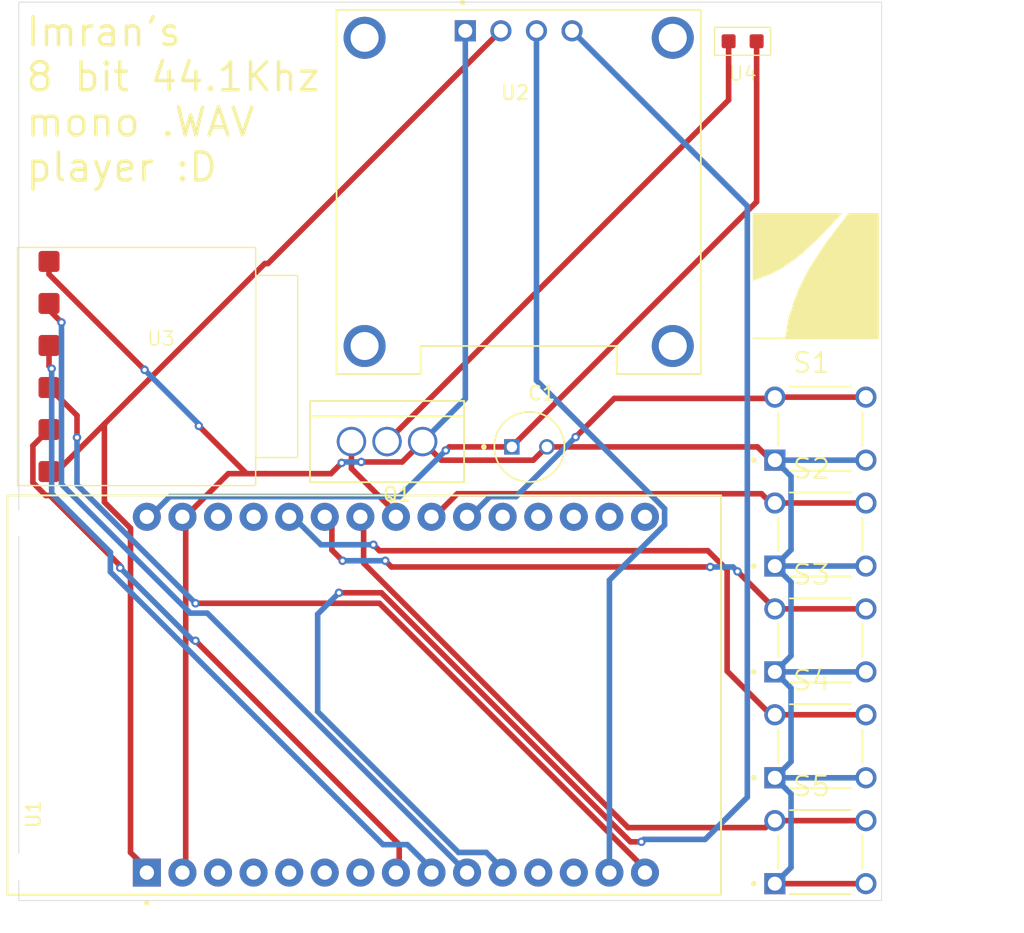
<source format=kicad_pcb>
(kicad_pcb (version 20241229) (generator "pcbnew") (generator_version "9.0")
  (layers (0 "F.Cu" signal) (2 "B.Cu" signal) (13 "F.Paste" user) (15 "B.Paste" user) (5 "F.SilkS" user "F.Silkscreen") (7 "B.SilkS" user "B.Silkscreen") (1 "F.Mask" user) (3 "B.Mask" user) (25 "Edge.Cuts" user))
  (net 0 "")
  (net 15 "uC_GND")
  (net 16 "OLED_SCL")
  (net 17 "OLED_SDA")
  (net 18 "SD_CLK")
  (net 19 "SD_CS")
  (net 20 "SD_MOSI")
  (net 21 "SD_MISO")
  (net 22 "uC_3v3")
  (net 23 "uC_VIN")
  (net 24 "Mosfet_Gate")
  (net 25 "Net-(U4-ground)")
  (net 26 "Volume up")
  (net 27 "Volume down")
  (net 28 "skip 10 secs{slash}next track")
  (net 29 "rewind 10 secs{slash}prev track")
  (net 30 "play{slash}pause{slash}save")
  (footprint "IRLZ34N:IRLZ34NPBF_ENG" (layer "F.Cu") (at 124.714 83.82)
    (property "Reference" "Q1" (at 0.716 3.768 0) (layer "F.SilkS"))
    (property "Value" "IRLZ34NPBF")
    (fp_line (start -5.5 -2.9) (end 5.5 -2.9) (stroke (width 0.127)) (layer "F.SilkS"))
    (fp_line (start -5.5 -1.8) (end -5.5 -2.9) (stroke (width 0.127)) (layer "F.SilkS"))
    (fp_line (start -5.5 -1.8) (end 5.5 -1.8) (stroke (width 0.127)) (layer "F.SilkS"))
    (fp_line (start -5.5 2.9) (end -5.5 -1.8) (stroke (width 0.127)) (layer "F.SilkS"))
    (fp_line (start 5.5 -2.9) (end 5.5 -1.8) (stroke (width 0.127)) (layer "F.SilkS"))
    (fp_line (start 5.5 -1.8) (end 5.5 2.9) (stroke (width 0.127)) (layer "F.SilkS"))
    (fp_line (start 5.5 2.9) (end -5.5 2.9) (stroke (width 0.127)) (layer "F.SilkS"))
    (pad "1" thru_hole circle (at -2.54 0) (size 2.1 2.1) (drill 1.7) (layers "*.Cu" "*.Mask") (net 24 "Mosfet_Gate"))
    (pad "2" thru_hole circle (at 0 0) (size 2.1 2.1) (drill 1.7) (layers "*.Cu" "*.Mask") (net 25 "Net-(U4-ground)"))
    (pad "3" thru_hole circle (at 2.54 0) (size 2.1 2.1) (drill 1.7) (layers "*.Cu" "*.Mask") (net 15 "uC_GND"))
  )
  (footprint "TL1105F160Q:SW_TL1105F160Q" (layer "F.Cu") (at 155.65 113.131)
    (property "Reference" "S5" (at -0.635 -4.699 0) (layer "F.SilkS") (effects (font (size 1.4 1.4))))
    (property "Value" "TL1105F160Q")
    (fp_line (start -3 -1.1825) (end -3 1.1825) (stroke (width 0.127)) (layer "F.SilkS"))
    (fp_line (start -2.1825 -3) (end 2.1825 -3) (stroke (width 0.127)) (layer "F.SilkS"))
    (fp_line (start -2.1825 3) (end 2.1825 3) (stroke (width 0.127)) (layer "F.SilkS"))
    (fp_line (start 3 -1.1825) (end 3 1.1825) (stroke (width 0.127)) (layer "F.SilkS"))
    (fp_circle (center -4.75 2.25) (end -4.65 2.25) (stroke (width 0.2)) (fill no) (layer "F.SilkS"))
    (pad "1" thru_hole rect (at -3.25 2.25) (size 1.508 1.508) (drill 1) (layers "*.Cu" "*.Mask") (net 15 "uC_GND"))
    (pad "2" thru_hole circle (at 3.25 2.25) (size 1.508 1.508) (drill 1) (layers "*.Cu" "*.Mask") (net 15 "uC_GND"))
    (pad "3" thru_hole circle (at -3.25 -2.25) (size 1.508 1.508) (drill 1) (layers "*.Cu" "*.Mask") (net 30 "play{slash}pause{slash}save"))
    (pad "4" thru_hole circle (at 3.25 -2.25) (size 1.508 1.508) (drill 1) (layers "*.Cu" "*.Mask") (net 30 "play{slash}pause{slash}save"))
  )
  (footprint "TL1105F160Q:SW_TL1105F160Q" (layer "F.Cu") (at 155.65 82.899)
    (property "Reference" "S1" (at -0.635 -4.699 0) (layer "F.SilkS") (effects (font (size 1.4 1.4))))
    (property "Value" "TL1105F160Q")
    (fp_line (start -3 -1.1825) (end -3 1.1825) (stroke (width 0.127)) (layer "F.SilkS"))
    (fp_line (start -2.1825 -3) (end 2.1825 -3) (stroke (width 0.127)) (layer "F.SilkS"))
    (fp_line (start -2.1825 3) (end 2.1825 3) (stroke (width 0.127)) (layer "F.SilkS"))
    (fp_line (start 3 -1.1825) (end 3 1.1825) (stroke (width 0.127)) (layer "F.SilkS"))
    (fp_circle (center -4.75 2.25) (end -4.65 2.25) (stroke (width 0.2)) (fill no) (layer "F.SilkS"))
    (pad "1" thru_hole rect (at -3.25 2.25) (size 1.508 1.508) (drill 1) (layers "*.Cu" "*.Mask") (net 15 "uC_GND"))
    (pad "2" thru_hole circle (at 3.25 2.25) (size 1.508 1.508) (drill 1) (layers "*.Cu" "*.Mask") (net 15 "uC_GND"))
    (pad "3" thru_hole circle (at -3.25 -2.25) (size 1.508 1.508) (drill 1) (layers "*.Cu" "*.Mask") (net 26 "Volume up"))
    (pad "4" thru_hole circle (at 3.25 -2.25) (size 1.508 1.508) (drill 1) (layers "*.Cu" "*.Mask") (net 26 "Volume up"))
  )
  (footprint "Persona;Library:1_micro_SD_card_reader" (layer "F.Cu") (at 97.334 78.962 90)
    (property "Reference" "U3" (at 2.491 11.251 0) (layer "F.SilkS") (effects (font (thickness 0.1))))
    (property "Value" "uSD_Card_Reader")
    (fp_rect (start -8 1) (end 9 18) (stroke (width 0.1)) (fill no) (layer "F.SilkS"))
    (fp_rect (start -6 18) (end 7 21) (stroke (width 0.1)) (fill no) (layer "F.SilkS"))
    (pad "1" smd roundrect (at -7 3.25 90) (size 1.5 1.5) (layers "F.Cu" "F.Mask" "F.Paste") (roundrect_rratio 0.15) (net 22 "uC_3v3"))
    (pad "2" smd roundrect (at -4 3.25 90) (size 1.5 1.5) (layers "F.Cu" "F.Mask" "F.Paste") (roundrect_rratio 0.15) (net 19 "SD_CS"))
    (pad "3" smd roundrect (at -1 3.25 90) (size 1.5 1.5) (layers "F.Cu" "F.Mask" "F.Paste") (roundrect_rratio 0.15) (net 20 "SD_MOSI"))
    (pad "4" smd roundrect (at 2 3.25 90) (size 1.5 1.5) (layers "F.Cu" "F.Mask" "F.Paste") (roundrect_rratio 0.15) (net 18 "SD_CLK"))
    (pad "5" smd roundrect (at 5 3.25 90) (size 1.5 1.5) (layers "F.Cu" "F.Mask" "F.Paste") (roundrect_rratio 0.15) (net 21 "SD_MISO"))
    (pad "6" smd roundrect (at 8 3.25 90) (size 1.5 1.5) (layers "F.Cu" "F.Mask" "F.Paste") (roundrect_rratio 0.15) (net 15 "uC_GND"))
  )
  (footprint "DEVKIT_V1_ESP32-WROOM-32:MODULE_ESP32_DEVKIT_V1" (layer "F.Cu") (at 123.083 101.892 90)
    (property "Reference" "U1" (at -8.5275 -23.622 90) (layer "F.SilkS"))
    (property "Value" "ESP32-DEVKIT-V1")
    (fp_line (start 14.23 -25.475) (end 14.23 25.475) (stroke (width 0.127)) (layer "F.SilkS"))
    (fp_line (start 14.23 -25.475) (end 14.23 25.475) (stroke (width 0.127)) (layer "F.SilkS"))
    (fp_line (start 3.5 -25.475) (end 14.23 -25.475) (stroke (width 0.127)) (layer "F.SilkS"))
    (fp_line (start -3.211 -25.475) (end 3.5 -25.475) (stroke (width 0.127)) (layer "F.SilkS"))
    (fp_line (start -14.28 -25.475) (end 14.23 -25.475) (stroke (width 0.127)) (layer "F.SilkS"))
    (fp_line (start -14.28 -25.475) (end -3.211 -25.475) (stroke (width 0.127)) (layer "F.SilkS"))
    (fp_line (start 14.23 25.475) (end -14.28 25.475) (stroke (width 0.127)) (layer "F.SilkS"))
    (fp_line (start 8.78 25.475) (end 14.23 25.475) (stroke (width 0.127)) (layer "F.SilkS"))
    (fp_line (start -8.91 25.475) (end 8.78 25.475) (stroke (width 0.127)) (layer "F.SilkS"))
    (fp_line (start -14.28 25.475) (end -14.28 -25.475) (stroke (width 0.127)) (layer "F.SilkS"))
    (fp_line (start -14.28 25.475) (end -14.28 -25.475) (stroke (width 0.127)) (layer "F.SilkS"))
    (fp_line (start -14.28 25.475) (end -8.91 25.475) (stroke (width 0.127)) (layer "F.SilkS"))
    (fp_circle (center -14.85 -15.515) (end -14.75 -15.515) (stroke (width 0.2)) (fill no) (layer "F.SilkS"))
    (pad "" np_thru_hole circle (at -12.28 -23.475 90) (size 3 3) (drill 3) (layers "*.Cu" "*.Mask"))
    (pad "" np_thru_hole circle (at -12.28 23.475 90) (size 3 3) (drill 3) (layers "*.Cu" "*.Mask"))
    (pad "" np_thru_hole circle (at 12.23 -23.475 90) (size 3 3) (drill 3) (layers "*.Cu" "*.Mask"))
    (pad "" np_thru_hole circle (at 12.23 23.475 90) (size 3 3) (drill 3) (layers "*.Cu" "*.Mask"))
    (pad "1" thru_hole rect (at -12.7 -15.515 90) (size 2 2) (drill 1.02) (layers "*.Cu" "*.Mask") (net 22 "uC_3v3"))
    (pad "2" thru_hole circle (at -12.7 -12.975 90) (size 2 2) (drill 1.02) (layers "*.Cu" "*.Mask") (net 15 "uC_GND"))
    (pad "3" thru_hole circle (at -12.7 -10.435 90) (size 2 2) (drill 1.02) (layers "*.Cu" "*.Mask"))
    (pad "4" thru_hole circle (at -12.7 -7.895 90) (size 2 2) (drill 1.02) (layers "*.Cu" "*.Mask"))
    (pad "5" thru_hole circle (at -12.7 -5.355 90) (size 2 2) (drill 1.02) (layers "*.Cu" "*.Mask"))
    (pad "6" thru_hole circle (at -12.7 -2.815 90) (size 2 2) (drill 1.02) (layers "*.Cu" "*.Mask"))
    (pad "7" thru_hole circle (at -12.7 -0.275 90) (size 2 2) (drill 1.02) (layers "*.Cu" "*.Mask"))
    (pad "8" thru_hole circle (at -12.7 2.265 90) (size 2 2) (drill 1.02) (layers "*.Cu" "*.Mask") (net 19 "SD_CS"))
    (pad "9" thru_hole circle (at -12.7 4.805 90) (size 2 2) (drill 1.02) (layers "*.Cu" "*.Mask") (net 18 "SD_CLK"))
    (pad "10" thru_hole circle (at -12.7 7.345 90) (size 2 2) (drill 1.02) (layers "*.Cu" "*.Mask") (net 21 "SD_MISO"))
    (pad "11" thru_hole circle (at -12.7 9.885 90) (size 2 2) (drill 1.02) (layers "*.Cu" "*.Mask") (net 17 "OLED_SDA"))
    (pad "12" thru_hole circle (at -12.7 12.425 90) (size 2 2) (drill 1.02) (layers "*.Cu" "*.Mask"))
    (pad "13" thru_hole circle (at -12.7 14.965 90) (size 2 2) (drill 1.02) (layers "*.Cu" "*.Mask"))
    (pad "14" thru_hole circle (at -12.7 17.505 90) (size 2 2) (drill 1.02) (layers "*.Cu" "*.Mask") (net 16 "OLED_SCL"))
    (pad "15" thru_hole circle (at -12.7 20.045 90) (size 2 2) (drill 1.02) (layers "*.Cu" "*.Mask") (net 20 "SD_MOSI"))
    (pad "16" thru_hole circle (at 12.7 20.045 90) (size 2 2) (drill 1.02) (layers "*.Cu" "*.Mask"))
    (pad "17" thru_hole circle (at 12.7 17.505 90) (size 2 2) (drill 1.02) (layers "*.Cu" "*.Mask"))
    (pad "18" thru_hole circle (at 12.7 14.965 90) (size 2 2) (drill 1.02) (layers "*.Cu" "*.Mask"))
    (pad "19" thru_hole circle (at 12.7 12.425 90) (size 2 2) (drill 1.02) (layers "*.Cu" "*.Mask"))
    (pad "20" thru_hole circle (at 12.7 9.885 90) (size 2 2) (drill 1.02) (layers "*.Cu" "*.Mask"))
    (pad "21" thru_hole circle (at 12.7 7.345 90) (size 2 2) (drill 1.02) (layers "*.Cu" "*.Mask") (net 26 "Volume up"))
    (pad "22" thru_hole circle (at 12.7 4.805 90) (size 2 2) (drill 1.02) (layers "*.Cu" "*.Mask") (net 27 "Volume down"))
    (pad "23" thru_hole circle (at 12.7 2.265 90) (size 2 2) (drill 1.02) (layers "*.Cu" "*.Mask") (net 24 "Mosfet_Gate"))
    (pad "24" thru_hole circle (at 12.7 -0.275 90) (size 2 2) (drill 1.02) (layers "*.Cu" "*.Mask") (net 30 "play{slash}pause{slash}save"))
    (pad "25" thru_hole circle (at 12.7 -2.815 90) (size 2 2) (drill 1.02) (layers "*.Cu" "*.Mask") (net 28 "skip 10 secs{slash}next track"))
    (pad "26" thru_hole circle (at 12.7 -5.355 90) (size 2 2) (drill 1.02) (layers "*.Cu" "*.Mask") (net 29 "rewind 10 secs{slash}prev track"))
    (pad "27" thru_hole circle (at 12.7 -7.895 90) (size 2 2) (drill 1.02) (layers "*.Cu" "*.Mask"))
    (pad "28" thru_hole circle (at 12.7 -10.435 90) (size 2 2) (drill 1.02) (layers "*.Cu" "*.Mask"))
    (pad "29" thru_hole circle (at 12.7 -12.975 90) (size 2 2) (drill 1.02) (layers "*.Cu" "*.Mask") (net 15 "uC_GND"))
    (pad "30" thru_hole circle (at 12.7 -15.515 90) (size 2 2) (drill 1.02) (layers "*.Cu" "*.Mask") (net 23 "uC_VIN"))
  )
  (footprint "logo:logo" (layer "F.Cu") (at 155.321 72.009)
    (property "Reference" "G***" (hide yes))
    (property "Value" "LOGO" (hide yes))
    (fp_poly (pts (xy -1.733903 2.363275) (xy -1.738071 2.367443) (xy -1.742239 2.363275) (xy -1.738071 2.359107)) (fill yes) (layer "F.SilkS"))
    (fp_poly (pts (xy -1.298343 -4.501086) (xy 1.904791 -4.500695) (xy 1.875615 -4.478162) (xy 1.844635 -4.452124) (xy 1.814775 -4.422036) (xy 1.782708 -4.384291) (xy 1.750574 -4.342617) (xy 1.72597 -4.311026) (xy 1.695861 -4.274847) (xy 1.658824 -4.232465) (xy 1.613435 -4.182265) (xy 1.558271 -4.122635) (xy 1.530551 -4.09301) (xy 1.507088 -4.066928) (xy 1.484743 -4.040352) (xy 1.473809 -4.026322) (xy 1.458614 -4.007749) (xy 1.435327 -3.981605) (xy 1.407706 -3.952045) (xy 1.390842 -3.934625) (xy 1.350888 -3.893522) (xy 1.308374 -3.849027) (xy 1.265278 -3.803284) (xy 1.223573 -3.758434) (xy 1.185238 -3.71662) (xy 1.152249 -3.679984) (xy 1.12658 -3.650669) (xy 1.11021 -3.630817) (xy 1.108504 -3.628551) (xy 1.088533 -3.604909) (xy 1.062356 -3.578347) (xy 1.04472 -3.562435) (xy 1.020774 -3.539834) (xy 0.991981 -3.509275) (xy 0.963399 -3.47621) (xy 0.954479 -3.465177) (xy 0.932192 -3.437994) (xy 0.913148 -3.416546) (xy 0.90001 -3.40374) (xy 0.896127 -3.401416) (xy 0.885367 -3.395045) (xy 0.864966 -3.377671) (xy 0.836355 -3.350755) (xy 0.800963 -3.315758) (xy 0.760221 -3.274144) (xy 0.715558 -3.227373) (xy 0.668405 -3.176908) (xy 0.620191 -3.12421) (xy 0.572348 -3.070742) (xy 0.569637 -3.067674) (xy 0.534533 -3.028952) (xy 0.491446 -2.983027) (xy 0.444475 -2.934177) (xy 0.397724 -2.886685) (xy 0.367543 -2.856755) (xy 0.3315 -2.821178) (xy 0.299911 -2.789478) (xy 0.27459 -2.763519) (xy 0.257352 -2.745164) (xy 0.250009 -2.736275) (xy 0.249874 -2.735882) (xy 0.243582 -2.728454) (xy 0.227094 -2.714004) (xy 0.203671 -2.69535) (xy 0.197773 -2.690858) (xy 0.17533 -2.672516) (xy 0.14399 -2.644984) (xy 0.106626 -2.610883) (xy 0.066107 -2.572834) (xy 0.025305 -2.533457) (xy 0.0243 -2.532473) (xy -0.03417 -2.475321) (xy -0.086278 -2.42472) (xy -0.131099 -2.381549) (xy -0.167708 -2.346692) (xy -0.195178 -2.321028) (xy -0.212586 -2.305441) (xy -0.218889 -2.300755) (xy -0.225491 -2.295219) (xy -0.241826 -2.279949) (xy -0.265793 -2.256953) (xy -0.295288 -2.22824) (xy -0.31302 -2.210823) (xy -0.355676 -2.169316) (xy -0.402696 -2.124434) (xy -0.451184 -2.078869) (xy -0.498243 -2.03531) (xy -0.540976 -1.996447) (xy -0.576485 -1.96497) (xy -0.593246 -1.950641) (xy -0.614426 -1.932281) (xy -0.639796 -1.909418) (xy -0.651545 -1.89854) (xy -0.670427 -1.881317) (xy -0.683824 -1.869964) (xy -0.68789 -1.86728) (xy -0.694691 -1.861833) (xy -0.710829 -1.847075) (xy -0.733752 -1.825383) (xy -0.755982 -1.803929) (xy -0.811417 -1.750487) (xy -0.862535 -1.702156) (xy -0.907499 -1.660632) (xy -0.944473 -1.627611) (xy -0.971619 -1.604788) (xy -0.971738 -1.604694) (xy -0.992337 -1.588062) (xy -1.008118 -1.574794) (xy -1.012223 -1.571091) (xy -1.027194 -1.557599) (xy -1.051835 -1.536329) (xy -1.08288 -1.510019) (xy -1.117062 -1.481408) (xy -1.151114 -1.453234) (xy -1.181768 -1.428234) (xy -1.200884 -1.412964) (xy -1.230807 -1.388911) (xy -1.259859 -1.364738) (xy -1.282101 -1.345393) (xy -1.283377 -1.344231) (xy -1.302709 -1.328256) (xy -1.318108 -1.318523) (xy -1.322657 -1.317139) (xy -1.333952 -1.31258) (xy -1.335161 -1.310758) (xy -1.342651 -1.303326) (xy -1.360516 -1.28853) (xy -1.385682 -1.268862) (xy -1.402544 -1.256106) (xy -1.430225 -1.234697) (xy -1.451977 -1.216525) (xy -1.464876 -1.204106) (xy -1.467149 -1.200489) (xy -1.473936 -1.192092) (xy -1.481737 -1.188389) (xy -1.495651 -1.180383) (xy -1.516382 -1.164702) (xy -1.533168 -1.150315) (xy -1.554611 -1.132433) (xy -1.57225 -1.120352) (xy -1.580459 -1.117034) (xy -1.59273 -1.111616) (xy -1.610058 -1.098184) (xy -1.614473 -1.094044) (xy -1.636106 -1.076753) (xy -1.664649 -1.05861) (xy -1.679718 -1.05056) (xy -1.704333 -1.037527) (xy -1.733047 -1.020388) (xy -1.767986 -0.997753) (xy -1.811275 -0.968231) (xy -1.865039 -0.930432) (xy -1.884317 -0.916708) (xy -1.91121 -0.897929) (xy -1.932838 -0.883593) (xy -1.945744 -0.87596) (xy -1.947631 -0.875288) (xy -1.95643 -0.869804) (xy -1.970295 -0.85659) (xy -1.970525 -0.856343) (xy -1.99023 -0.839895) (xy -2.01515 -0.82468) (xy -2.018265 -0.823153) (xy -2.040525 -0.810739) (xy -2.056952 -0.798322) (xy -2.058882 -0.796249) (xy -2.071116 -0.785675) (xy -2.07704 -0.783591) (xy -2.088596 -0.778954) (xy -2.10681 -0.767847) (xy -2.125538 -0.754477) (xy -2.138632 -0.743051) (xy -2.140981 -0.739827) (xy -2.15058 -0.73395) (xy -2.154352 -0.733575) (xy -2.167398 -0.728342) (xy -2.184533 -0.715665) (xy -2.18547 -0.714818) (xy -2.205516 -0.699291) (xy -2.231982 -0.682141) (xy -2.242956 -0.675846) (xy -2.273647 -0.657318) (xy -2.305099 -0.635771) (xy -2.31326 -0.629611) (xy -2.341452 -0.608693) (xy -2.371477 -0.587965) (xy -2.379948 -0.582469) (xy -2.408086 -0.564424) (xy -2.439319 -0.544084) (xy -2.450058 -0.537008) (xy -2.508086 -0.500202) (xy -2.564338 -0.468323) (xy -2.590434 -0.454676) (xy -2.61385 -0.441471) (xy -2.629731 -0.430205) (xy -2.634198 -0.424527) (xy -2.641336 -0.41872) (xy -2.655038 -0.416804) (xy -2.670704 -0.413951) (xy -2.675879 -0.408468) (xy -2.682682 -0.401196) (xy -2.689152 -0.400132) (xy -2.704746 -0.395237) (xy -2.723609 -0.383469) (xy -2.72362 -0.38346) (xy -2.741368 -0.371784) (xy -2.75472 -0.36679) (xy -2.754903 -0.366788) (xy -2.767607 -0.361112) (xy -2.780079 -0.350116) (xy -2.796737 -0.33747) (xy -2.810056 -0.333443) (xy -2.825472 -0.329299) (xy -2.830096 -0.325107) (xy -2.841946 -0.31791) (xy -2.850136 -0.316771) (xy -2.866712 -0.310934) (xy -2.880112 -0.300099) (xy -2.895302 -0.28756) (xy -2.906412 -0.283427) (xy -2.916657 -0.27902) (xy -2.917625 -0.276019) (xy -2.924895 -0.269713) (xy -2.942722 -0.26395) (xy -2.945963 -0.263294) (xy -2.968359 -0.256208) (xy -2.983978 -0.246286) (xy -2.984496 -0.245694) (xy -3.00071 -0.23513) (xy -3.00985 -0.233411) (xy -3.024983 -0.229924) (xy -3.029455 -0.226218) (xy -3.039547 -0.219849) (xy -3.059978 -0.212) (xy -3.071469 -0.208507) (xy -3.096135 -0.199798) (xy -3.11441 -0.190134) (xy -3.118552 -0.186523) (xy -3.130712 -0.176618) (xy -3.135978 -0.175058) (xy -3.147764 -0.169739) (xy -3.156381 -0.162566) (xy -3.174046 -0.151067) (xy -3.191214 -0.1448) (xy -3.213475 -0.136092) (xy -3.237153 -0.122123) (xy -3.238563 -0.121101) (xy -3.257858 -0.110279) (xy -3.287034 -0.097598) (xy -3.320665 -0.085009) (xy -3.353325 -0.074459) (xy -3.379586 -0.067899) (xy -3.390016 -0.066689) (xy -3.400177 -0.0617) (xy -3.401116 -0.058353) (xy -3.408238 -0.052043) (xy -3.421564 -0.050017) (xy -3.446376 -0.046721) (xy -3.461161 -0.042245) (xy -3.479437 -0.035728) (xy -3.506962 -0.026888) (xy -3.530326 -0.019842) (xy -3.557127 -0.011432) (xy -3.576848 -0.004182) (xy -3.58451 -0.000172) (xy -3.594391 0.004936) (xy -3.614625 0.012086) (xy -3.62619 0.015566) (xy -3.654974 0.024922) (xy -3.681143 0.035245) (xy -3.687302 0.038141) (xy -3.707682 0.046607) (xy -3.722731 0.050016) (xy -3.733383 0.054739) (xy -3.734559 0.058352) (xy -3.741661 0.064733) (xy -3.754379 0.066688) (xy -3.773892 0.071217) (xy -3.783712 0.078152) (xy -3.797618 0.086709) (xy -3.820389 0.093766) (xy -3.827239 0.095054) (xy -3.851893 0.101372) (xy -3.870516 0.110243) (xy -3.873306 0.112547) (xy -3.88877 0.122107) (xy -3.912592 0.131202) (xy -3.920412 0.133371) (xy -3.950266 0.142192) (xy -3.978659 0.152623) (xy -3.98284 0.154431) (xy -4.00461 0.162748) (xy -4.021272 0.166674) (xy -4.022436 0.166721) (xy -4.033353 0.170916) (xy -4.034658 0.174324) (xy -4.042016 0.180318) (xy -4.060408 0.186078) (xy -4.068002 0.187561) (xy -4.088831 0.192595) (xy -4.100465 0.198349) (xy -4.101346 0.200065) (xy -4.1087 0.205599) (xy -4.127084 0.211102) (xy -4.13469 0.212569) (xy -4.155517 0.217513) (xy -4.167152 0.223042) (xy -4.168035 0.224667) (xy -4.175493 0.229635) (xy -4.194906 0.236095) (xy -4.218051 0.241745) (xy -4.244241 0.248178) (xy -4.262347 0.254298) (xy -4.268068 0.25823) (xy -4.275501 0.262981) (xy -4.29478 0.269313) (xy -4.316 0.274549) (xy -4.345318 0.282112) (xy -4.370005 0.290512) (xy -4.380787 0.295661) (xy -4.398805 0.303257) (xy -4.426398 0.31109) (xy -4.456584 0.317426) (xy -4.480637 0.320445) (xy -4.483317 0.328802) (xy -4.48585 0.352984) (xy -4.488194 0.392145) (xy -4.490306 0.445439) (xy -4.492142 0.51202) (xy -4.493328 0.57102) (xy -4.493674 0.582447) (xy -4.494023 0.577751) (xy -4.494375 0.55748) (xy -4.494729 0.522183) (xy -4.495083 0.472408) (xy -4.495435 0.408704) (xy -4.495785 0.33162) (xy -4.49613 0.241705) (xy -4.49647 0.139506) (xy -4.496802 0.025573) (xy -4.497126 -0.099545) (xy -4.49744 -0.2353) (xy -4.497743 -0.381144) (xy -4.498033 -0.536528) (xy -4.498308 -0.700903) (xy -4.498568 -0.87372) (xy -4.498811 -1.05443) (xy -4.499036 -1.242486) (xy -4.49924 -1.437339) (xy -4.499424 -1.638439) (xy -4.49958 -1.840188) (xy -4.501477 -4.501477)) (fill yes) (layer "F.SilkS"))
    (fp_poly (pts (xy 4.501476 -0.000001) (xy 4.501476 4.501476) (xy -0.000001 4.501476) (xy -4.501477 4.501476) (xy -4.501477 4.447292) (xy -4.501477 4.393107) (xy -3.415705 4.392018) (xy -3.281299 4.391844) (xy -3.150731 4.391599) (xy -3.025056 4.39129) (xy -2.905326 4.390921) (xy -2.792597 4.390499) (xy -2.687923 4.390028) (xy -2.592356 4.389516) (xy -2.506952 4.388967) (xy -2.432765 4.388388) (xy -2.370849 4.387784) (xy -2.322257 4.38716) (xy -2.288044 4.386524) (xy -2.269265 4.385879) (xy -2.267639 4.385766) (xy -2.205346 4.380603) (xy -2.197987 4.343091) (xy -2.192158 4.319694) (xy -2.185963 4.304077) (xy -2.183615 4.301192) (xy -2.17882 4.291001) (xy -2.174386 4.269888) (xy -2.172566 4.255344) (xy -2.166089 4.209535) (xy -2.157155 4.179442) (xy -2.147531 4.166415) (xy -2.142785 4.155484) (xy -2.139875 4.133452) (xy -2.139395 4.114315) (xy -2.138171 4.08408) (xy -2.133314 4.069562) (xy -2.129852 4.068001) (xy -2.122189 4.059751) (xy -2.114337 4.034973) (xy -2.106288 3.993629) (xy -2.098034 3.935679) (xy -2.092983 3.892943) (xy -2.088346 3.85328) (xy -2.082192 3.803412) (xy -2.075312 3.749643) (xy -2.068501 3.698279) (xy -2.068334 3.697046) (xy -2.061815 3.646692) (xy -2.055598 3.59459) (xy -2.050367 3.546712) (xy -2.046802 3.509031) (xy -2.046668 3.507372) (xy -2.043288 3.475448) (xy -2.039176 3.451773) (xy -2.035003 3.439761) (xy -2.033251 3.439091) (xy -2.029373 3.434004) (xy -2.026666 3.415824) (xy -2.025665 3.388555) (xy -2.02443 3.357548) (xy -2.021211 3.331564) (xy -2.017242 3.317591) (xy -2.011831 3.300967) (xy -2.006585 3.274324) (xy -2.00355 3.25145) (xy -1.999621 3.224979) (xy -1.99469 3.206727) (xy -1.990537 3.20105) (xy -1.985429 3.194106) (xy -1.985215 3.182293) (xy -1.983883 3.16166) (xy -1.979845 3.151033) (xy -1.974657 3.135676) (xy -1.97032 3.11086) (xy -1.968909 3.09694) (xy -1.965585 3.069644) (xy -1.960733 3.047753) (xy -1.958203 3.041219) (xy -1.952255 3.021842) (xy -1.950641 3.005587) (xy -1.947548 2.983073) (xy -1.94262 2.969611) (xy -1.936484 2.953792) (xy -1.928332 2.926686) (xy -1.919431 2.893352) (xy -1.911048 2.85885) (xy -1.904451 2.828236) (xy -1.900908 2.806571) (xy -1.900624 2.802031) (xy -1.895202 2.786529) (xy -1.888767 2.78148) (xy -1.880609 2.770875) (xy -1.880818 2.761832) (xy -1.879385 2.746335) (xy -1.871528 2.722611) (xy -1.863534 2.705054) (xy -1.851779 2.680095) (xy -1.844068 2.660198) (xy -1.842307 2.652414) (xy -1.839234 2.6391) (xy -1.831401 2.615868) (xy -1.820823 2.588032) (xy -1.809516 2.560907) (xy -1.799877 2.540529) (xy -1.793208 2.519435) (xy -1.792255 2.509761) (xy -1.788453 2.493756) (xy -1.783919 2.488316) (xy -1.776468 2.47635) (xy -1.775583 2.469854) (xy -1.770781 2.455042) (xy -1.758858 2.434856) (xy -1.75498 2.429533) (xy -1.740247 2.403119) (xy -1.730086 2.372268) (xy -1.728982 2.366226) (xy -1.723424 2.34201) (xy -1.715943 2.324715) (xy -1.713218 2.321513) (xy -1.704897 2.308021) (xy -1.698475 2.286382) (xy -1.698053 2.284001) (xy -1.690621 2.241878) (xy -1.683079 2.204193) (xy -1.67617 2.174263) (xy -1.670637 2.155404) (xy -1.668197 2.150705) (xy -1.662852 2.139463) (xy -1.662754 2.138201) (xy -1.660756 2.117162) (xy -1.656613 2.090077) (xy -1.651404 2.062656) (xy -1.646211 2.040611) (xy -1.642261 2.029832) (xy -1.636752 2.016422) (xy -1.63187 1.994827) (xy -1.631476 1.99232) (xy -1.626066 1.964111) (xy -1.618012 1.931293) (xy -1.608558 1.897949) (xy -1.598946 1.868161) (xy -1.590416 1.846011) (xy -1.584211 1.835581) (xy -1.58372 1.835324) (xy -1.576805 1.825798) (xy -1.575518 1.81706) (xy -1.572076 1.801766) (xy -1.568276 1.797099) (xy -1.562458 1.786682) (xy -1.556958 1.766319) (xy -1.555776 1.759734) (xy -1.549843 1.735243) (xy -1.538875 1.70042) (xy -1.524634 1.660157) (xy -1.508879 1.619346) (xy -1.493371 1.582881) (xy -1.48799 1.571348) (xy -1.476458 1.545635) (xy -1.467576 1.523416) (xy -1.459 1.506998) (xy -1.450683 1.500492) (xy -1.443645 1.493543) (xy -1.44214 1.484514) (xy -1.439259 1.469914) (xy -1.435762 1.465758) (xy -1.428611 1.456669) (xy -1.417715 1.436435) (xy -1.405054 1.409565) (xy -1.392611 1.380572) (xy -1.382365 1.353967) (xy -1.376299 1.334261) (xy -1.375452 1.328419) (xy -1.371919 1.310963) (xy -1.363044 1.286764) (xy -1.35878 1.277386) (xy -1.348531 1.252518) (xy -1.342653 1.231176) (xy -1.342108 1.225691) (xy -1.338515 1.203809) (xy -1.334789 1.194028) (xy -1.317135 1.155632) (xy -1.305174 1.122399) (xy -1.300447 1.098655) (xy -1.300427 1.097503) (xy -1.295395 1.075546) (xy -1.288188 1.062357) (xy -1.278426 1.045093) (xy -1.275684 1.034585) (xy -1.271673 1.019511) (xy -1.261166 0.993378) (xy -1.245875 0.95964) (xy -1.227511 0.92175) (xy -1.207787 0.88316) (xy -1.188415 0.847324) (xy -1.171106 0.817695) (xy -1.159512 0.800262) (xy -1.142074 0.775084) (xy -1.126683 0.75022) (xy -1.124379 0.746077) (xy -1.114353 0.724516) (xy -1.102757 0.695281) (xy -1.09136 0.663447) (xy -1.081934 0.634092) (xy -1.076247 0.612291) (xy -1.075353 0.605455) (xy -1.07062 0.590982) (xy -1.060271 0.574228) (xy -1.05092 0.558759) (xy -1.037015 0.531899) (xy -1.020527 0.497598) (xy -1.005471 0.464447) (xy -0.986236 0.422337) (xy -0.965743 0.379807) (xy -0.946847 0.342677) (xy -0.935939 0.322734) (xy -0.90876 0.275079) (xy -0.888989 0.239308) (xy -0.875383 0.213047) (xy -0.866701 0.193927) (xy -0.86267 0.182836) (xy -0.852611 0.155171) (xy -0.837734 0.11959) (xy -0.819766 0.079677) (xy -0.800432 0.039014) (xy -0.781459 0.001187) (xy -0.764573 -0.030221) (xy -0.751501 -0.051628) (xy -0.746906 -0.05749) (xy -0.732686 -0.074793) (xy -0.725465 -0.088397) (xy -0.725239 -0.09007) (xy -0.719769 -0.099423) (xy -0.716903 -0.100033) (xy -0.709465 -0.106767) (xy -0.708566 -0.112284) (xy -0.704684 -0.127033) (xy -0.695043 -0.148392) (xy -0.691894 -0.154218) (xy -0.681356 -0.174633) (xy -0.67559 -0.189015) (xy -0.675222 -0.191194) (xy -0.671105 -0.201184) (xy -0.660125 -0.221518) (xy -0.644344 -0.248455) (xy -0.63771 -0.259329) (xy -0.620632 -0.28806) (xy -0.607624 -0.311908) (xy -0.600763 -0.326988) (xy -0.600198 -0.329523) (xy -0.594604 -0.341168) (xy -0.580997 -0.35689) (xy -0.579599 -0.358224) (xy -0.562143 -0.380418) (xy -0.549777 -0.405526) (xy -0.541878 -0.424065) (xy -0.534472 -0.433258) (xy -0.533522 -0.433476) (xy -0.527205 -0.440474) (xy -0.515328 -0.459487) (xy -0.499639 -0.487545) (xy -0.483276 -0.518921) (xy -0.465672 -0.553151) (xy -0.450487 -0.581613) (xy -0.439437 -0.601157) (xy -0.434426 -0.608534) (xy -0.427909 -0.617188) (xy -0.415353 -0.636707) (xy -0.399036 -0.663502) (xy -0.392102 -0.675222) (xy -0.373864 -0.705587) (xy -0.357414 -0.731721) (xy -0.345547 -0.749225) (xy -0.343135 -0.752331) (xy -0.336454 -0.76349) (xy -0.338403 -0.767047) (xy -0.34031 -0.770633) (xy -0.337323 -0.773299) (xy -0.329581 -0.783313) (xy -0.317082 -0.804113) (xy -0.302338 -0.831479) (xy -0.300188 -0.835691) (xy -0.285811 -0.862598) (xy -0.273762 -0.882497) (xy -0.266296 -0.891718) (xy -0.26561 -0.89196) (xy -0.258494 -0.898793) (xy -0.254411 -0.908127) (xy -0.246955 -0.923513) (xy -0.232404 -0.948083) (xy -0.21355 -0.977598) (xy -0.193186 -1.007818) (xy -0.174105 -1.034505) (xy -0.159099 -1.053417) (xy -0.157624 -1.055051) (xy -0.145732 -1.072655) (xy -0.141714 -1.086311) (xy -0.138196 -1.098371) (xy -0.134511 -1.100362) (xy -0.126151 -1.106734) (xy -0.112672 -1.123027) (xy -0.10367 -1.13579) (xy -0.086722 -1.160186) (xy -0.070983 -1.181233) (xy -0.065499 -1.187922) (xy -0.054884 -1.202399) (xy -0.038732 -1.227053) (xy -0.019808 -1.257603) (xy -0.010896 -1.272517) (xy 0.07739 -1.414368) (xy 0.163192 -1.540922) (xy 0.187735 -1.576982) (xy 0.211529 -1.613867) (xy 0.230973 -1.645915) (xy 0.238217 -1.658878) (xy 0.252718 -1.684184) (xy 0.265689 -1.703451) (xy 0.273006 -1.711393) (xy 0.282482 -1.721952) (xy 0.283426 -1.725741) (xy 0.287891 -1.735265) (xy 0.300039 -1.755462) (xy 0.317999 -1.783341) (xy 0.339235 -1.814939) (xy 0.36504 -1.852735) (xy 0.390923 -1.89082) (xy 0.413411 -1.924078) (xy 0.425853 -1.942612) (xy 0.443825 -1.968223) (xy 0.460089 -1.989165) (xy 0.470076 -1.999901) (xy 0.481012 -2.011529) (xy 0.483491 -2.017074) (xy 0.48781 -2.026225) (xy 0.499408 -2.045841) (xy 0.516253 -2.07256) (xy 0.527256 -2.089426) (xy 0.549363 -2.123273) (xy 0.570579 -2.156357) (xy 0.587386 -2.183169) (xy 0.59186 -2.190528) (xy 0.606785 -2.2142) (xy 0.630536 -2.250229) (xy 0.662283 -2.297383) (xy 0.701193 -2.354427) (xy 0.746435 -2.420131) (xy 0.761896 -2.442469) (xy 0.789885 -2.481917) (xy 0.822891 -2.526963) (xy 0.857959 -2.573707) (xy 0.892133 -2.618252) (xy 0.92246 -2.656697) (xy 0.944753 -2.683716) (xy 0.963915 -2.707064) (xy 0.977806 -2.725914) (xy 0.983623 -2.736442) (xy 0.983655 -2.736796) (xy 0.988876 -2.74592) (xy 1.002957 -2.764365) (xy 1.023527 -2.789133) (xy 1.040094 -2.808151) (xy 1.06965 -2.842851) (xy 1.099877 -2.880608) (xy 1.125711 -2.915028) (xy 1.133363 -2.925961) (xy 1.169126 -2.977971) (xy 1.205377 -3.029606) (xy 1.240268 -3.078323) (xy 1.271954 -3.12158) (xy 1.298588 -3.156836) (xy 1.318324 -3.181548) (xy 1.322589 -3.186487) (xy 1.338666 -3.205641) (xy 1.34884 -3.219866) (xy 1.350668 -3.223999) (xy 1.35596 -3.23293) (xy 1.369603 -3.2503) (xy 1.388253 -3.271907) (xy 1.41209 -3.299816) (xy 1.434999 -3.328771) (xy 1.448153 -3.346932) (xy 1.465114 -3.37026) (xy 1.48822 -3.399816) (xy 1.512571 -3.429336) (xy 1.513386 -3.430293) (xy 1.539441 -3.462354) (xy 1.565884 -3.497349) (xy 1.585949 -3.526158) (xy 1.607961 -3.557531) (xy 1.632743 -3.589366) (xy 1.647769 -3.606824) (xy 1.664127 -3.626746) (xy 1.68667 -3.657056) (xy 1.712719 -3.694021) (xy 1.739597 -3.733906) (xy 1.746406 -3.744318) (xy 1.77504 -3.786539) (xy 1.805762 -3.82874) (xy 1.835165 -3.86642) (xy 1.859843 -3.895078) (xy 1.863111 -3.898511) (xy 1.897885 -3.936241) (xy 1.933539 -3.978226) (xy 1.967321 -4.020918) (xy 1.99648 -4.060767) (xy 2.018262 -4.094226) (xy 2.026177 -4.108776) (xy 2.039863 -4.132135) (xy 2.060081 -4.161045) (xy 2.079502 -4.185648) (xy 2.12298 -4.237313) (xy 2.156697 -4.277705) (xy 2.181755 -4.308202) (xy 2.199252 -4.330181) (xy 2.210288 -4.345021) (xy 2.215962 -4.3541) (xy 2.217394 -4.358452) (xy 2.222711 -4.367836) (xy 2.236997 -4.386219) (xy 2.257757 -4.410494) (xy 2.271578 -4.425831) (xy 2.294917 -4.452077) (xy 2.313211 -4.474201) (xy 2.323964 -4.489099) (xy 2.325762 -4.493176) (xy 2.334082 -4.494536) (xy 2.358972 -4.495777) (xy 2.400335 -4.496898) (xy 2.458069 -4.497899) (xy 2.532075 -4.498778) (xy 2.622253 -4.499534) (xy 2.728502 -4.500168) (xy 2.850723 -4.500678) (xy 2.988816 -4.501063) (xy 3.14268 -4.501324) (xy 3.312216 -4.501458) (xy 3.413619 -4.501477) (xy 4.501476 -4.501477)) (fill yes) (layer "F.SilkS"))
  )
  (footprint "TL1105F160Q:SW_TL1105F160Q" (layer "F.Cu") (at 155.65 90.457)
    (property "Reference" "S2" (at -0.635 -4.699 0) (layer "F.SilkS") (effects (font (size 1.4 1.4))))
    (property "Value" "TL1105F160Q")
    (fp_line (start -3 -1.1825) (end -3 1.1825) (stroke (width 0.127)) (layer "F.SilkS"))
    (fp_line (start -2.1825 -3) (end 2.1825 -3) (stroke (width 0.127)) (layer "F.SilkS"))
    (fp_line (start -2.1825 3) (end 2.1825 3) (stroke (width 0.127)) (layer "F.SilkS"))
    (fp_line (start 3 -1.1825) (end 3 1.1825) (stroke (width 0.127)) (layer "F.SilkS"))
    (fp_circle (center -4.75 2.25) (end -4.65 2.25) (stroke (width 0.2)) (fill no) (layer "F.SilkS"))
    (pad "1" thru_hole rect (at -3.25 2.25) (size 1.508 1.508) (drill 1) (layers "*.Cu" "*.Mask") (net 15 "uC_GND"))
    (pad "2" thru_hole circle (at 3.25 2.25) (size 1.508 1.508) (drill 1) (layers "*.Cu" "*.Mask") (net 15 "uC_GND"))
    (pad "3" thru_hole circle (at -3.25 -2.25) (size 1.508 1.508) (drill 1) (layers "*.Cu" "*.Mask") (net 27 "Volume down"))
    (pad "4" thru_hole circle (at 3.25 -2.25) (size 1.508 1.508) (drill 1) (layers "*.Cu" "*.Mask") (net 27 "Volume down"))
  )
  (footprint "TL1105F160Q:SW_TL1105F160Q" (layer "F.Cu") (at 155.65 105.573)
    (property "Reference" "S4" (at -0.635 -4.699 0) (layer "F.SilkS") (effects (font (size 1.4 1.4))))
    (property "Value" "TL1105F160Q")
    (fp_line (start -3 -1.1825) (end -3 1.1825) (stroke (width 0.127)) (layer "F.SilkS"))
    (fp_line (start -2.1825 -3) (end 2.1825 -3) (stroke (width 0.127)) (layer "F.SilkS"))
    (fp_line (start -2.1825 3) (end 2.1825 3) (stroke (width 0.127)) (layer "F.SilkS"))
    (fp_line (start 3 -1.1825) (end 3 1.1825) (stroke (width 0.127)) (layer "F.SilkS"))
    (fp_circle (center -4.75 2.25) (end -4.65 2.25) (stroke (width 0.2)) (fill no) (layer "F.SilkS"))
    (pad "1" thru_hole rect (at -3.25 2.25) (size 1.508 1.508) (drill 1) (layers "*.Cu" "*.Mask") (net 15 "uC_GND"))
    (pad "2" thru_hole circle (at 3.25 2.25) (size 1.508 1.508) (drill 1) (layers "*.Cu" "*.Mask") (net 15 "uC_GND"))
    (pad "3" thru_hole circle (at -3.25 -2.25) (size 1.508 1.508) (drill 1) (layers "*.Cu" "*.Mask") (net 29 "rewind 10 secs{slash}prev track"))
    (pad "4" thru_hole circle (at 3.25 -2.25) (size 1.508 1.508) (drill 1) (layers "*.Cu" "*.Mask") (net 29 "rewind 10 secs{slash}prev track"))
  )
  (footprint "TL1105F160Q:SW_TL1105F160Q" (layer "F.Cu") (at 155.65 98.015)
    (property "Reference" "S3" (at -0.635 -4.699 0) (layer "F.SilkS") (effects (font (size 1.4 1.4))))
    (property "Value" "TL1105F160Q")
    (fp_line (start -3 -1.1825) (end -3 1.1825) (stroke (width 0.127)) (layer "F.SilkS"))
    (fp_line (start -2.1825 -3) (end 2.1825 -3) (stroke (width 0.127)) (layer "F.SilkS"))
    (fp_line (start -2.1825 3) (end 2.1825 3) (stroke (width 0.127)) (layer "F.SilkS"))
    (fp_line (start 3 -1.1825) (end 3 1.1825) (stroke (width 0.127)) (layer "F.SilkS"))
    (fp_circle (center -4.75 2.25) (end -4.65 2.25) (stroke (width 0.2)) (fill no) (layer "F.SilkS"))
    (pad "1" thru_hole rect (at -3.25 2.25) (size 1.508 1.508) (drill 1) (layers "*.Cu" "*.Mask") (net 15 "uC_GND"))
    (pad "2" thru_hole circle (at 3.25 2.25) (size 1.508 1.508) (drill 1) (layers "*.Cu" "*.Mask") (net 15 "uC_GND"))
    (pad "3" thru_hole circle (at -3.25 -2.25) (size 1.508 1.508) (drill 1) (layers "*.Cu" "*.Mask") (net 28 "skip 10 secs{slash}next track"))
    (pad "4" thru_hole circle (at 3.25 -2.25) (size 1.508 1.508) (drill 1) (layers "*.Cu" "*.Mask") (net 28 "skip 10 secs{slash}next track"))
  )
  (footprint "EEUHD1C101:CAPPRD250W50D500H1100" (layer "F.Cu") (at 134.874 84.201)
    (property "Reference" "C1" (at 0.8833 -3.835 0) (layer "F.SilkS"))
    (property "Value" "100uF")
    (fp_circle (center -3.25 0) (end -3.15 0) (stroke (width 0.2)) (fill no) (layer "F.SilkS"))
    (fp_circle (center 0 0) (end 2.5 0) (stroke (width 0.127)) (fill no) (layer "F.SilkS"))
    (pad "N" thru_hole circle (at 1.25 0) (size 1.1 1.1) (drill 0.75) (layers "*.Cu" "*.Mask") (net 15 "uC_GND"))
    (pad "P" thru_hole rect (at -1.25 0) (size 1.1 1.1) (drill 0.75) (layers "*.Cu" "*.Mask") (net 23 "uC_VIN"))
  )
  (footprint "DM-OLED096-636:MODULE_DM-OLED096-636" (layer "F.Cu") (at 134.112 65.9985)
    (property "Reference" "U2" (at -0.254 -7.0705 0) (layer "F.SilkS"))
    (property "Value" "DM-OLED096-636")
    (fp_line (start -13 -13) (end 13 -13) (stroke (width 0.127)) (layer "F.SilkS"))
    (fp_line (start -13 13) (end -13 -13) (stroke (width 0.127)) (layer "F.SilkS"))
    (fp_line (start -7 11) (end -7 13) (stroke (width 0.127)) (layer "F.SilkS"))
    (fp_line (start -7 13) (end -13 13) (stroke (width 0.127)) (layer "F.SilkS"))
    (fp_line (start 7 11) (end -7 11) (stroke (width 0.127)) (layer "F.SilkS"))
    (fp_line (start 7 13) (end 7 11) (stroke (width 0.127)) (layer "F.SilkS"))
    (fp_line (start 13 -13) (end 13 13) (stroke (width 0.127)) (layer "F.SilkS"))
    (fp_line (start 13 13) (end 7 13) (stroke (width 0.127)) (layer "F.SilkS"))
    (fp_circle (center -4 -13.5) (end -3.9 -13.5) (stroke (width 0.2)) (fill no) (layer "F.SilkS"))
    (pad "1" thru_hole rect (at -3.81 -11.5) (size 1.508 1.508) (drill 1) (layers "*.Cu" "*.Mask") (net 15 "uC_GND"))
    (pad "2" thru_hole circle (at -1.27 -11.5) (size 1.508 1.508) (drill 1) (layers "*.Cu" "*.Mask") (net 22 "uC_3v3"))
    (pad "3" thru_hole circle (at 1.27 -11.5) (size 1.508 1.508) (drill 1) (layers "*.Cu" "*.Mask") (net 16 "OLED_SCL"))
    (pad "4" thru_hole circle (at 3.81 -11.5) (size 1.508 1.508) (drill 1) (layers "*.Cu" "*.Mask") (net 17 "OLED_SDA"))
    (pad "S1" thru_hole circle (at -11 -11) (size 3 3) (drill 2) (layers "*.Cu" "*.Mask"))
    (pad "S2" thru_hole circle (at 11 -11) (size 3 3) (drill 2) (layers "*.Cu" "*.Mask"))
    (pad "S3" thru_hole circle (at 11 11) (size 3 3) (drill 2) (layers "*.Cu" "*.Mask"))
    (pad "S4" thru_hole circle (at -11 11) (size 3 3) (drill 2) (layers "*.Cu" "*.Mask"))
  )
  (footprint "Persona;Library:2_3W_8O_Speaker" (layer "F.Cu") (at 150.098 56.245 180)
    (property "Reference" "U4" (at -0.016 -1.31 0) (layer "F.SilkS") (effects (font (thickness 0.1))))
    (property "Value" "3 watt 8 ohm speaker")
    (fp_rect (start -2 0) (end 2 2) (stroke (width 0.1)) (fill no) (layer "F.SilkS"))
    (pad "1" smd roundrect (at -1 1 180) (size 1 1) (layers "F.Cu" "F.Mask" "F.Paste") (roundrect_rratio 0.15) (net 23 "uC_VIN"))
    (pad "2" smd roundrect (at 1 1 180) (size 1 1) (layers "F.Cu" "F.Mask" "F.Paste") (roundrect_rratio 0.15) (net 25 "Net-(U4-ground)"))
  )
  (gr_rect (start 98.425 52.451) (end 160.02 116.586) (stroke (width 0.05)) (fill no) (layer "Edge.Cuts"))
  (gr_text "Imran's\n8 bit 44.1Khz\nmono .WAV \nplayer :D" (at 98.806 65.405 0) (layer "F.SilkS") (effects (font (size 2 2) (thickness 0.25)) (justify left bottom)))
  (segment (start 100.584 71.882) (end 107.407025 78.705025) (width 0.4) (layer "F.Cu") (net 15))
  (segment (start 100.584 70.962) (end 100.584 71.882) (width 0.4) (layer "F.Cu") (net 15))
  (segment (start 152.4 115.381) (end 158.9 115.381) (width 0.4) (layer "F.Cu") (net 15))
  (segment (start 113.383 86.113) (end 110.342 89.154) (width 0.4) (layer "F.Cu") (net 15))
  (segment (start 127.254 83.82) (end 125.797317 85.276683) (width 0.4) (layer "F.Cu") (net 15))
  (segment (start 107.407025 78.578025) (end 107.407025 78.705025) (width 0.4) (layer "F.Cu") (net 15))
  (segment (start 152.4 85.149) (end 152.107 85.149) (width 0.4) (layer "F.Cu") (net 15))
  (segment (start 135.153 85.152) (end 136.104 84.201) (width 0.4) (layer "F.Cu") (net 15))
  (segment (start 110.342 114.554) (end 110.342 89.154) (width 0.4) (layer "F.Cu") (net 15))
  (segment (start 152.107 85.149) (end 151.159 84.201) (width 0.4) (layer "F.Cu") (net 15))
  (segment (start 136.104 84.201) (end 151.159 84.201) (width 0.4) (layer "F.Cu") (net 15))
  (segment (start 111.279868 82.704868) (end 114.688 86.113) (width 0.4) (layer "F.Cu") (net 15))
  (segment (start 114.688 86.113) (end 113.383 86.113) (width 0.4) (layer "F.Cu") (net 15))
  (segment (start 127.254 83.82) (end 128.586 85.152) (width 0.4) (layer "F.Cu") (net 15))
  (segment (start 115.989 86.113) (end 114.688 86.113) (width 0.4) (layer "F.Cu") (net 15))
  (segment (start 120.705 86.113) (end 115.989 86.113) (width 0.4) (layer "F.Cu") (net 15))
  (segment (start 121.474 85.344) (end 120.705 86.113) (width 0.4) (layer "F.Cu") (net 15))
  (segment (start 125.797317 85.276683) (end 122.874 85.276683) (width 0.4) (layer "F.Cu") (net 15))
  (segment (start 128.586 85.152) (end 135.153 85.152) (width 0.4) (layer "F.Cu") (net 15))
  (via (at 111.279868 82.704868) (size 0.6) (drill 0.3) (layers "F.Cu" "B.Cu") (net 15))
  (via (at 107.407025 78.705025) (size 0.6) (drill 0.3) (layers "F.Cu" "B.Cu") (net 15))
  (via (at 121.474 85.344) (size 0.6) (drill 0.3) (layers "F.Cu" "B.Cu") (net 15))
  (via (at 122.874 85.276683) (size 0.6) (drill 0.3) (layers "F.Cu" "B.Cu") (net 15))
  (segment (start 153.555 86.304) (end 153.555 91.552) (width 0.4) (layer "B.Cu") (net 15))
  (segment (start 153.555 114.226) (end 153.555 108.978) (width 0.4) (layer "B.Cu") (net 15))
  (segment (start 107.407025 78.705025) (end 111.279868 82.577868) (width 0.4) (layer "B.Cu") (net 15))
  (segment (start 153.555 106.668) (end 153.555 101.42) (width 0.4) (layer "B.Cu") (net 15))
  (segment (start 158.9 100.265) (end 152.4 100.265) (width 0.4) (layer "B.Cu") (net 15))
  (segment (start 121.541317 85.276683) (end 121.474 85.344) (width 0.4) (layer "B.Cu") (net 15))
  (segment (start 158.9 92.707) (end 152.4 92.707) (width 0.4) (layer "B.Cu") (net 15))
  (segment (start 152.4 107.823) (end 153.555 106.668) (width 0.4) (layer "B.Cu") (net 15))
  (segment (start 153.555 93.862) (end 153.555 99.11) (width 0.4) (layer "B.Cu") (net 15))
  (segment (start 122.874 85.276683) (end 121.541317 85.276683) (width 0.4) (layer "B.Cu") (net 15))
  (segment (start 130.302 54.483) (end 130.302 80.772) (width 0.4) (layer "B.Cu") (net 15))
  (segment (start 153.555 108.978) (end 152.4 107.823) (width 0.4) (layer "B.Cu") (net 15))
  (segment (start 130.302 80.772) (end 127.254 83.82) (width 0.4) (layer "B.Cu") (net 15))
  (segment (start 158.9 107.823) (end 152.4 107.823) (width 0.4) (layer "B.Cu") (net 15))
  (segment (start 152.4 85.149) (end 153.555 86.304) (width 0.4) (layer "B.Cu") (net 15))
  (segment (start 153.555 101.42) (end 152.4 100.265) (width 0.4) (layer "B.Cu") (net 15))
  (segment (start 153.555 99.11) (end 152.4 100.265) (width 0.4) (layer "B.Cu") (net 15))
  (segment (start 152.4 85.149) (end 158.9 85.149) (width 0.4) (layer "B.Cu") (net 15))
  (segment (start 153.555 91.552) (end 152.4 92.707) (width 0.4) (layer "B.Cu") (net 15))
  (segment (start 152.4 92.707) (end 153.555 93.862) (width 0.4) (layer "B.Cu") (net 15))
  (segment (start 152.4 115.381) (end 153.555 114.226) (width 0.4) (layer "B.Cu") (net 15))
  (segment (start 111.279868 82.577868) (end 111.279868 82.704868) (width 0.4) (layer "B.Cu") (net 15))
  (segment (start 140.588 93.713314) (end 140.588 114.592) (width 0.4) (layer "B.Cu") (net 16))
  (segment (start 144.529 88.611686) (end 144.529 89.772314) (width 0.4) (layer "B.Cu") (net 16))
  (segment (start 144.529 89.772314) (end 140.588 93.713314) (width 0.4) (layer "B.Cu") (net 16))
  (segment (start 135.382 79.464686) (end 144.529 88.611686) (width 0.4) (layer "B.Cu") (net 16))
  (segment (start 135.382 54.4985) (end 135.382 79.464686) (width 0.4) (layer "B.Cu") (net 16))
  (segment (start 142.08823 112.395) (end 124.30823 94.615) (width 0.4) (layer "F.Cu") (net 17))
  (segment (start 124.30823 94.615) (end 121.285 94.615) (width 0.4) (layer "F.Cu") (net 17))
  (segment (start 142.875 112.395) (end 142.08823 112.395) (width 0.4) (layer "F.Cu") (net 17))
  (via (at 121.285 94.615) (size 0.6) (drill 0.3) (layers "F.Cu" "B.Cu") (net 17))
  (via (at 142.875 112.395) (size 0.6) (drill 0.3) (layers "F.Cu" "B.Cu") (net 17))
  (segment (start 129.819686 113.153) (end 131.801 113.153) (width 0.4) (layer "B.Cu") (net 17))
  (segment (start 137.922 54.4985) (end 150.434 67.0105) (width 0.4) (layer "B.Cu") (net 17))
  (segment (start 150.434 109.210258) (end 147.423258 112.221) (width 0.4) (layer "B.Cu") (net 17))
  (segment (start 131.801 113.153) (end 133.202 114.554) (width 0.4) (layer "B.Cu") (net 17))
  (segment (start 119.761 96.139) (end 119.761 103.094314) (width 0.4) (layer "B.Cu") (net 17))
  (segment (start 147.423258 112.221) (end 143.049 112.221) (width 0.4) (layer "B.Cu") (net 17))
  (segment (start 143.049 112.221) (end 142.875 112.395) (width 0.4) (layer "B.Cu") (net 17))
  (segment (start 121.285 94.615) (end 119.761 96.139) (width 0.4) (layer "B.Cu") (net 17))
  (segment (start 150.434 67.0105) (end 150.434 109.210258) (width 0.4) (layer "B.Cu") (net 17))
  (segment (start 119.761 103.094314) (end 129.819686 113.153) (width 0.4) (layer "B.Cu") (net 17))
  (segment (start 127.617 114.554) (end 128.122 114.554) (width 0.4) (layer "F.Cu") (net 18))
  (segment (start 100.584 76.962) (end 100.584 78.424) (width 0.4) (layer "F.Cu") (net 18))
  (segment (start 100.584 78.424) (end 100.773 78.613) (width 0.4) (layer "F.Cu") (net 18))
  (via (at 100.773 78.613) (size 0.6) (drill 0.3) (layers "F.Cu" "B.Cu") (net 18))
  (segment (start 124.430735 112.595099) (end 126.163099 112.595099) (width 0.4) (layer "B.Cu") (net 18))
  (segment (start 100.773 87.535364) (end 104.963 91.725364) (width 0.4) (layer "B.Cu") (net 18))
  (segment (start 100.773 78.613) (end 100.773 87.535364) (width 0.4) (layer "B.Cu") (net 18))
  (segment (start 126.163099 112.595099) (end 128.122 114.554) (width 0.4) (layer "B.Cu") (net 18))
  (segment (start 104.963 91.725364) (end 104.963 93.127364) (width 0.4) (layer "B.Cu") (net 18))
  (segment (start 104.963 93.127364) (end 124.430735 112.595099) (width 0.4) (layer "B.Cu") (net 18))
  (segment (start 111.042 98.044) (end 125.582 112.584) (width 0.4) (layer "F.Cu") (net 19))
  (segment (start 100.650131 87.673) (end 105.664 92.686869) (width 0.4) (layer "F.Cu") (net 19))
  (segment (start 100.584 82.962) (end 99.433 84.113) (width 0.4) (layer "F.Cu") (net 19))
  (segment (start 100.353468 87.673) (end 100.650131 87.673) (width 0.4) (layer "F.Cu") (net 19))
  (segment (start 99.433 84.113) (end 99.433 86.752532) (width 0.4) (layer "F.Cu") (net 19))
  (segment (start 99.433 86.752532) (end 100.353468 87.673) (width 0.4) (layer "F.Cu") (net 19))
  (segment (start 105.664 92.686869) (end 105.664 92.837) (width 0.4) (layer "F.Cu") (net 19))
  (segment (start 125.582 112.584) (end 125.582 114.554) (width 0.4) (layer "F.Cu") (net 19))
  (via (at 105.664 92.837) (size 0.6) (drill 0.3) (layers "F.Cu" "B.Cu") (net 19))
  (via (at 111.042 98.044) (size 0.6) (drill 0.3) (layers "F.Cu" "B.Cu") (net 19))
  (segment (start 110.871 98.044) (end 111.042 98.044) (width 0.4) (layer "B.Cu") (net 19))
  (segment (start 105.664 92.837) (end 110.871 98.044) (width 0.4) (layer "B.Cu") (net 19))
  (segment (start 124.173263 95.365263) (end 143.362 114.554) (width 0.4) (layer "F.Cu") (net 20))
  (segment (start 102.581025 81.959025) (end 102.581025 83.531025) (width 0.4) (layer "F.Cu") (net 20))
  (segment (start 111.041999 95.365263) (end 124.173263 95.365263) (width 0.4) (layer "F.Cu") (net 20))
  (segment (start 100.584 79.962) (end 102.581025 81.959025) (width 0.4) (layer "F.Cu") (net 20))
  (via (at 102.581025 83.531025) (size 0.6) (drill 0.3) (layers "F.Cu" "B.Cu") (net 20))
  (via (at 111.041999 95.365263) (size 0.6) (drill 0.3) (layers "F.Cu" "B.Cu") (net 20))
  (segment (start 102.581025 86.904289) (end 111.041999 95.365263) (width 0.4) (layer "B.Cu") (net 20))
  (segment (start 102.581025 83.531025) (end 102.581025 86.904289) (width 0.4) (layer "B.Cu") (net 20))
  (segment (start 100.584 73.962) (end 100.584 74.422) (width 0.4) (layer "F.Cu") (net 21))
  (segment (start 100.076 74.247) (end 100.076 74.295) (width 0.4) (layer "F.Cu") (net 21))
  (segment (start 100.076 74.247) (end 100.409 74.247) (width 0.4) (layer "F.Cu") (net 21))
  (segment (start 100.584 74.422) (end 101.473 75.311) (width 0.4) (layer "F.Cu") (net 21))
  (via (at 101.473 75.311) (size 0.6) (drill 0.3) (layers "F.Cu" "B.Cu") (net 21))
  (segment (start 111.883007 96.066263) (end 130.370744 114.554) (width 0.4) (layer "B.Cu") (net 21))
  (segment (start 101.473 75.311) (end 101.473 86.868) (width 0.4) (layer "B.Cu") (net 21))
  (segment (start 110.671263 96.066263) (end 111.883007 96.066263) (width 0.4) (layer "B.Cu") (net 21))
  (segment (start 101.473 86.868) (end 110.671263 96.066263) (width 0.4) (layer "B.Cu") (net 21))
  (segment (start 130.370744 114.554) (end 130.662 114.554) (width 0.4) (layer "B.Cu") (net 21))
  (segment (start 100.855 86.247) (end 104.5365 82.5655) (width 0.4) (layer "F.Cu") (net 22))
  (segment (start 116.212 71.113) (end 132.842 54.483) (width 0.4) (layer "F.Cu") (net 22))
  (segment (start 115.989 71.113) (end 116.212 71.113) (width 0.4) (layer "F.Cu") (net 22))
  (segment (start 106.401 113.153) (end 106.401 90.006314) (width 0.4) (layer "F.Cu") (net 22))
  (segment (start 106.401 113.153) (end 107.802 114.554) (width 0.4) (layer "F.Cu") (net 22))
  (segment (start 100.076 86.247) (end 100.855 86.247) (width 0.4) (layer "F.Cu") (net 22))
  (segment (start 104.5365 82.5655) (end 106.401 80.701) (width 0.4) (layer "F.Cu") (net 22))
  (segment (start 115.989 71.113) (end 106.401 80.701) (width 0.4) (layer "F.Cu") (net 22))
  (segment (start 104.5365 88.141814) (end 104.5365 82.5655) (width 0.4) (layer "F.Cu") (net 22))
  (segment (start 106.401 90.006314) (end 104.5365 88.141814) (width 0.4) (layer "F.Cu") (net 22))
  (segment (start 151.098 66.707) (end 151.098 55.245) (width 0.4) (layer "F.Cu") (net 23))
  (segment (start 133.604 84.201) (end 151.098 66.707) (width 0.4) (layer "F.Cu") (net 23))
  (segment (start 129.156 84.201) (end 128.905 84.452) (width 0.4) (layer "F.Cu") (net 23))
  (segment (start 133.604 84.201) (end 129.156 84.201) (width 0.4) (layer "F.Cu") (net 23))
  (via (at 128.905 84.452) (size 0.6) (drill 0.3) (layers "F.Cu" "B.Cu") (net 23))
  (segment (start 125.604 87.753) (end 109.203 87.753) (width 0.4) (layer "B.Cu") (net 23))
  (segment (start 109.203 87.753) (end 107.802 89.154) (width 0.4) (layer "B.Cu") (net 23))
  (segment (start 128.905 84.452) (end 125.604 87.753) (width 0.4) (layer "B.Cu") (net 23))
  (segment (start 122.174 83.82) (end 122.174 85.746) (width 0.4) (layer "F.Cu") (net 24))
  (segment (start 122.174 85.746) (end 125.582 89.154) (width 0.4) (layer "F.Cu") (net 24))
  (segment (start 149.098 59.436) (end 149.098 55.245) (width 0.4) (layer "F.Cu") (net 25))
  (segment (start 124.714 83.82) (end 149.098 59.436) (width 0.4) (layer "F.Cu") (net 25))
  (segment (start 140.937 80.74) (end 138.176 83.501) (width 0.4) (layer "F.Cu") (net 26))
  (segment (start 152.4 80.649) (end 158.9 80.649) (width 0.4) (layer "F.Cu") (net 26))
  (segment (start 152.198 80.74) (end 140.937 80.74) (width 0.4) (layer "F.Cu") (net 26))
  (via (at 138.176 83.501) (size 0.6) (drill 0.3) (layers "F.Cu" "B.Cu") (net 26))
  (segment (start 138.176 83.501) (end 133.924 87.753) (width 0.4) (layer "B.Cu") (net 26))
  (segment (start 132.063 87.753) (end 130.662 89.154) (width 0.4) (layer "B.Cu") (net 26))
  (segment (start 133.924 87.753) (end 132.063 87.753) (width 0.4) (layer "B.Cu") (net 26))
  (segment (start 128.122 89.154) (end 129.732 87.544) (width 0.4) (layer "F.Cu") (net 27))
  (segment (start 152.107 88.207) (end 151.444 87.544) (width 0.4) (layer "F.Cu") (net 27))
  (segment (start 158.9 88.207) (end 152.4 88.207) (width 0.4) (layer "F.Cu") (net 27))
  (segment (start 129.732 87.544) (end 151.444 87.544) (width 0.4) (layer "F.Cu") (net 27))
  (segment (start 152.4 88.207) (end 152.107 88.207) (width 0.4) (layer "F.Cu") (net 27))
  (segment (start 120.777 89.429) (end 120.502 89.154) (width 0.4) (layer "F.Cu") (net 28))
  (segment (start 121.539 92.329) (end 120.777 91.567) (width 0.4) (layer "F.Cu") (net 28))
  (segment (start 152.4 95.765) (end 158.9 95.765) (width 0.4) (layer "F.Cu") (net 28))
  (segment (start 147.786309 92.774001) (end 125.032001 92.774001) (width 0.4) (layer "F.Cu") (net 28))
  (segment (start 152.198 95.556) (end 149.733 93.091) (width 0.4) (layer "F.Cu") (net 28))
  (segment (start 125.032001 92.774001) (end 124.587 92.329) (width 0.4) (layer "F.Cu") (net 28))
  (segment (start 120.777 91.567) (end 120.777 89.429) (width 0.4) (layer "F.Cu") (net 28))
  (via (at 124.587 92.329) (size 0.6) (drill 0.3) (layers "F.Cu" "B.Cu") (net 28))
  (via (at 149.733 93.091) (size 0.6) (drill 0.3) (layers "F.Cu" "B.Cu") (net 28))
  (via (at 121.539 92.329) (size 0.6) (drill 0.3) (layers "F.Cu" "B.Cu") (net 28))
  (via (at 147.786309 92.774001) (size 0.6) (drill 0.3) (layers "F.Cu" "B.Cu") (net 28))
  (segment (start 149.416001 92.774001) (end 147.786309 92.774001) (width 0.4) (layer "B.Cu") (net 28))
  (segment (start 121.539 92.329) (end 124.587 92.329) (width 0.4) (layer "B.Cu") (net 28))
  (segment (start 149.733 93.091) (end 149.416001 92.774001) (width 0.4) (layer "B.Cu") (net 28))
  (segment (start 124.169 91.613) (end 123.742 91.186) (width 0.4) (layer "F.Cu") (net 29))
  (segment (start 148.993 92.989328) (end 147.616672 91.613) (width 0.4) (layer "F.Cu") (net 29))
  (segment (start 147.616672 91.613) (end 124.169 91.613) (width 0.4) (layer "F.Cu") (net 29))
  (segment (start 148.993 100.209) (end 148.993 92.989328) (width 0.4) (layer "F.Cu") (net 29))
  (segment (start 152.198 103.414) (end 148.993 100.209) (width 0.4) (layer "F.Cu") (net 29))
  (segment (start 152.4 103.323) (end 158.9 103.323) (width 0.4) (layer "F.Cu") (net 29))
  (via (at 123.742 91.186) (size 0.6) (drill 0.3) (layers "F.Cu" "B.Cu") (net 29))
  (segment (start 119.994 91.186) (end 117.962 89.154) (width 0.4) (layer "B.Cu") (net 29))
  (segment (start 123.742 91.186) (end 119.994 91.186) (width 0.4) (layer "B.Cu") (net 29))
  (segment (start 152.224 110.881) (end 151.726 111.379) (width 0.4) (layer "F.Cu") (net 30))
  (segment (start 152.4 110.881) (end 152.224 110.881) (width 0.4) (layer "F.Cu") (net 30))
  (segment (start 151.726 111.379) (end 141.922172 111.379) (width 0.4) (layer "F.Cu") (net 30))
  (segment (start 141.922172 111.379) (end 123.042 92.498828) (width 0.4) (layer "F.Cu") (net 30))
  (segment (start 123.042 92.498828) (end 123.042 89.154) (width 0.4) (layer "F.Cu") (net 30))
  (segment (start 158.9 110.881) (end 152.4 110.881) (width 0.4) (layer "F.Cu") (net 30))
)
</source>
